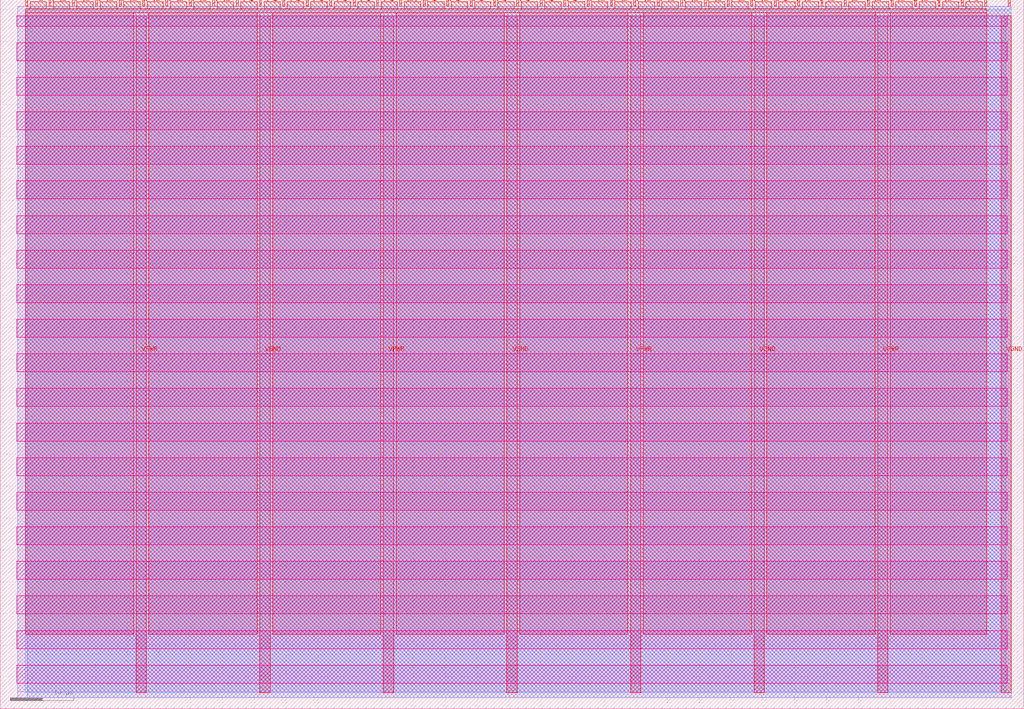
<source format=lef>
VERSION 5.7 ;
  NOWIREEXTENSIONATPIN ON ;
  DIVIDERCHAR "/" ;
  BUSBITCHARS "[]" ;
MACRO tt_um_afasolino
  CLASS BLOCK ;
  FOREIGN tt_um_afasolino ;
  ORIGIN 0.000 0.000 ;
  SIZE 161.000 BY 111.520 ;
  PIN VGND
    DIRECTION INOUT ;
    USE GROUND ;
    PORT
      LAYER met4 ;
        RECT 40.830 2.480 42.430 109.040 ;
    END
    PORT
      LAYER met4 ;
        RECT 79.700 2.480 81.300 109.040 ;
    END
    PORT
      LAYER met4 ;
        RECT 118.570 2.480 120.170 109.040 ;
    END
    PORT
      LAYER met4 ;
        RECT 157.440 2.480 159.040 109.040 ;
    END
  END VGND
  PIN VPWR
    DIRECTION INOUT ;
    USE POWER ;
    PORT
      LAYER met4 ;
        RECT 21.395 2.480 22.995 109.040 ;
    END
    PORT
      LAYER met4 ;
        RECT 60.265 2.480 61.865 109.040 ;
    END
    PORT
      LAYER met4 ;
        RECT 99.135 2.480 100.735 109.040 ;
    END
    PORT
      LAYER met4 ;
        RECT 138.005 2.480 139.605 109.040 ;
    END
  END VPWR
  PIN clk
    DIRECTION INPUT ;
    USE SIGNAL ;
    ANTENNAGATEAREA 0.852000 ;
    PORT
      LAYER met4 ;
        RECT 154.870 110.520 155.170 111.520 ;
    END
  END clk
  PIN ena
    DIRECTION INPUT ;
    USE SIGNAL ;
    PORT
      LAYER met4 ;
        RECT 158.550 110.520 158.850 111.520 ;
    END
  END ena
  PIN rst_n
    DIRECTION INPUT ;
    USE SIGNAL ;
    ANTENNAGATEAREA 0.196500 ;
    PORT
      LAYER met4 ;
        RECT 151.190 110.520 151.490 111.520 ;
    END
  END rst_n
  PIN ui_in[0]
    DIRECTION INPUT ;
    USE SIGNAL ;
    ANTENNAGATEAREA 0.213000 ;
    ANTENNADIFFAREA 0.434700 ;
    PORT
      LAYER met4 ;
        RECT 147.510 110.520 147.810 111.520 ;
    END
  END ui_in[0]
  PIN ui_in[1]
    DIRECTION INPUT ;
    USE SIGNAL ;
    ANTENNAGATEAREA 0.196500 ;
    PORT
      LAYER met4 ;
        RECT 143.830 110.520 144.130 111.520 ;
    END
  END ui_in[1]
  PIN ui_in[2]
    DIRECTION INPUT ;
    USE SIGNAL ;
    ANTENNAGATEAREA 0.126000 ;
    PORT
      LAYER met4 ;
        RECT 140.150 110.520 140.450 111.520 ;
    END
  END ui_in[2]
  PIN ui_in[3]
    DIRECTION INPUT ;
    USE SIGNAL ;
    ANTENNAGATEAREA 0.196500 ;
    PORT
      LAYER met4 ;
        RECT 136.470 110.520 136.770 111.520 ;
    END
  END ui_in[3]
  PIN ui_in[4]
    DIRECTION INPUT ;
    USE SIGNAL ;
    ANTENNAGATEAREA 0.196500 ;
    PORT
      LAYER met4 ;
        RECT 132.790 110.520 133.090 111.520 ;
    END
  END ui_in[4]
  PIN ui_in[5]
    DIRECTION INPUT ;
    USE SIGNAL ;
    ANTENNAGATEAREA 0.196500 ;
    PORT
      LAYER met4 ;
        RECT 129.110 110.520 129.410 111.520 ;
    END
  END ui_in[5]
  PIN ui_in[6]
    DIRECTION INPUT ;
    USE SIGNAL ;
    ANTENNAGATEAREA 0.196500 ;
    PORT
      LAYER met4 ;
        RECT 125.430 110.520 125.730 111.520 ;
    END
  END ui_in[6]
  PIN ui_in[7]
    DIRECTION INPUT ;
    USE SIGNAL ;
    ANTENNAGATEAREA 0.196500 ;
    PORT
      LAYER met4 ;
        RECT 121.750 110.520 122.050 111.520 ;
    END
  END ui_in[7]
  PIN uio_in[0]
    DIRECTION INPUT ;
    USE SIGNAL ;
    ANTENNAGATEAREA 0.196500 ;
    PORT
      LAYER met4 ;
        RECT 118.070 110.520 118.370 111.520 ;
    END
  END uio_in[0]
  PIN uio_in[1]
    DIRECTION INPUT ;
    USE SIGNAL ;
    PORT
      LAYER met4 ;
        RECT 114.390 110.520 114.690 111.520 ;
    END
  END uio_in[1]
  PIN uio_in[2]
    DIRECTION INPUT ;
    USE SIGNAL ;
    ANTENNAGATEAREA 0.196500 ;
    PORT
      LAYER met4 ;
        RECT 110.710 110.520 111.010 111.520 ;
    END
  END uio_in[2]
  PIN uio_in[3]
    DIRECTION INPUT ;
    USE SIGNAL ;
    PORT
      LAYER met4 ;
        RECT 107.030 110.520 107.330 111.520 ;
    END
  END uio_in[3]
  PIN uio_in[4]
    DIRECTION INPUT ;
    USE SIGNAL ;
    PORT
      LAYER met4 ;
        RECT 103.350 110.520 103.650 111.520 ;
    END
  END uio_in[4]
  PIN uio_in[5]
    DIRECTION INPUT ;
    USE SIGNAL ;
    PORT
      LAYER met4 ;
        RECT 99.670 110.520 99.970 111.520 ;
    END
  END uio_in[5]
  PIN uio_in[6]
    DIRECTION INPUT ;
    USE SIGNAL ;
    PORT
      LAYER met4 ;
        RECT 95.990 110.520 96.290 111.520 ;
    END
  END uio_in[6]
  PIN uio_in[7]
    DIRECTION INPUT ;
    USE SIGNAL ;
    PORT
      LAYER met4 ;
        RECT 92.310 110.520 92.610 111.520 ;
    END
  END uio_in[7]
  PIN uio_oe[0]
    DIRECTION OUTPUT TRISTATE ;
    USE SIGNAL ;
    PORT
      LAYER met4 ;
        RECT 29.750 110.520 30.050 111.520 ;
    END
  END uio_oe[0]
  PIN uio_oe[1]
    DIRECTION OUTPUT TRISTATE ;
    USE SIGNAL ;
    PORT
      LAYER met4 ;
        RECT 26.070 110.520 26.370 111.520 ;
    END
  END uio_oe[1]
  PIN uio_oe[2]
    DIRECTION OUTPUT TRISTATE ;
    USE SIGNAL ;
    PORT
      LAYER met4 ;
        RECT 22.390 110.520 22.690 111.520 ;
    END
  END uio_oe[2]
  PIN uio_oe[3]
    DIRECTION OUTPUT TRISTATE ;
    USE SIGNAL ;
    PORT
      LAYER met4 ;
        RECT 18.710 110.520 19.010 111.520 ;
    END
  END uio_oe[3]
  PIN uio_oe[4]
    DIRECTION OUTPUT TRISTATE ;
    USE SIGNAL ;
    PORT
      LAYER met4 ;
        RECT 15.030 110.520 15.330 111.520 ;
    END
  END uio_oe[4]
  PIN uio_oe[5]
    DIRECTION OUTPUT TRISTATE ;
    USE SIGNAL ;
    PORT
      LAYER met4 ;
        RECT 11.350 110.520 11.650 111.520 ;
    END
  END uio_oe[5]
  PIN uio_oe[6]
    DIRECTION OUTPUT TRISTATE ;
    USE SIGNAL ;
    PORT
      LAYER met4 ;
        RECT 7.670 110.520 7.970 111.520 ;
    END
  END uio_oe[6]
  PIN uio_oe[7]
    DIRECTION OUTPUT TRISTATE ;
    USE SIGNAL ;
    PORT
      LAYER met4 ;
        RECT 3.990 110.520 4.290 111.520 ;
    END
  END uio_oe[7]
  PIN uio_out[0]
    DIRECTION OUTPUT TRISTATE ;
    USE SIGNAL ;
    PORT
      LAYER met4 ;
        RECT 59.190 110.520 59.490 111.520 ;
    END
  END uio_out[0]
  PIN uio_out[1]
    DIRECTION OUTPUT TRISTATE ;
    USE SIGNAL ;
    ANTENNADIFFAREA 0.795200 ;
    PORT
      LAYER met4 ;
        RECT 55.510 110.520 55.810 111.520 ;
    END
  END uio_out[1]
  PIN uio_out[2]
    DIRECTION OUTPUT TRISTATE ;
    USE SIGNAL ;
    PORT
      LAYER met4 ;
        RECT 51.830 110.520 52.130 111.520 ;
    END
  END uio_out[2]
  PIN uio_out[3]
    DIRECTION OUTPUT TRISTATE ;
    USE SIGNAL ;
    ANTENNADIFFAREA 0.795200 ;
    PORT
      LAYER met4 ;
        RECT 48.150 110.520 48.450 111.520 ;
    END
  END uio_out[3]
  PIN uio_out[4]
    DIRECTION OUTPUT TRISTATE ;
    USE SIGNAL ;
    PORT
      LAYER met4 ;
        RECT 44.470 110.520 44.770 111.520 ;
    END
  END uio_out[4]
  PIN uio_out[5]
    DIRECTION OUTPUT TRISTATE ;
    USE SIGNAL ;
    PORT
      LAYER met4 ;
        RECT 40.790 110.520 41.090 111.520 ;
    END
  END uio_out[5]
  PIN uio_out[6]
    DIRECTION OUTPUT TRISTATE ;
    USE SIGNAL ;
    PORT
      LAYER met4 ;
        RECT 37.110 110.520 37.410 111.520 ;
    END
  END uio_out[6]
  PIN uio_out[7]
    DIRECTION OUTPUT TRISTATE ;
    USE SIGNAL ;
    PORT
      LAYER met4 ;
        RECT 33.430 110.520 33.730 111.520 ;
    END
  END uio_out[7]
  PIN uo_out[0]
    DIRECTION OUTPUT TRISTATE ;
    USE SIGNAL ;
    ANTENNAGATEAREA 0.126000 ;
    ANTENNADIFFAREA 0.891000 ;
    PORT
      LAYER met4 ;
        RECT 88.630 110.520 88.930 111.520 ;
    END
  END uo_out[0]
  PIN uo_out[1]
    DIRECTION OUTPUT TRISTATE ;
    USE SIGNAL ;
    ANTENNAGATEAREA 0.126000 ;
    ANTENNADIFFAREA 0.891000 ;
    PORT
      LAYER met4 ;
        RECT 84.950 110.520 85.250 111.520 ;
    END
  END uo_out[1]
  PIN uo_out[2]
    DIRECTION OUTPUT TRISTATE ;
    USE SIGNAL ;
    ANTENNAGATEAREA 0.247500 ;
    ANTENNADIFFAREA 0.891000 ;
    PORT
      LAYER met4 ;
        RECT 81.270 110.520 81.570 111.520 ;
    END
  END uo_out[2]
  PIN uo_out[3]
    DIRECTION OUTPUT TRISTATE ;
    USE SIGNAL ;
    ANTENNAGATEAREA 0.126000 ;
    ANTENNADIFFAREA 0.891000 ;
    PORT
      LAYER met4 ;
        RECT 77.590 110.520 77.890 111.520 ;
    END
  END uo_out[3]
  PIN uo_out[4]
    DIRECTION OUTPUT TRISTATE ;
    USE SIGNAL ;
    ANTENNAGATEAREA 0.247500 ;
    ANTENNADIFFAREA 0.891000 ;
    PORT
      LAYER met4 ;
        RECT 73.910 110.520 74.210 111.520 ;
    END
  END uo_out[4]
  PIN uo_out[5]
    DIRECTION OUTPUT TRISTATE ;
    USE SIGNAL ;
    ANTENNAGATEAREA 0.247500 ;
    ANTENNADIFFAREA 0.891000 ;
    PORT
      LAYER met4 ;
        RECT 70.230 110.520 70.530 111.520 ;
    END
  END uo_out[5]
  PIN uo_out[6]
    DIRECTION OUTPUT TRISTATE ;
    USE SIGNAL ;
    ANTENNAGATEAREA 0.126000 ;
    ANTENNADIFFAREA 0.891000 ;
    PORT
      LAYER met4 ;
        RECT 66.550 110.520 66.850 111.520 ;
    END
  END uo_out[6]
  PIN uo_out[7]
    DIRECTION OUTPUT TRISTATE ;
    USE SIGNAL ;
    ANTENNAGATEAREA 0.126000 ;
    ANTENNADIFFAREA 0.891000 ;
    PORT
      LAYER met4 ;
        RECT 62.870 110.520 63.170 111.520 ;
    END
  END uo_out[7]
  OBS
      LAYER nwell ;
        RECT 2.570 107.385 158.430 108.990 ;
        RECT 2.570 101.945 158.430 104.775 ;
        RECT 2.570 96.505 158.430 99.335 ;
        RECT 2.570 91.065 158.430 93.895 ;
        RECT 2.570 85.625 158.430 88.455 ;
        RECT 2.570 80.185 158.430 83.015 ;
        RECT 2.570 74.745 158.430 77.575 ;
        RECT 2.570 69.305 158.430 72.135 ;
        RECT 2.570 63.865 158.430 66.695 ;
        RECT 2.570 58.425 158.430 61.255 ;
        RECT 2.570 52.985 158.430 55.815 ;
        RECT 2.570 47.545 158.430 50.375 ;
        RECT 2.570 42.105 158.430 44.935 ;
        RECT 2.570 36.665 158.430 39.495 ;
        RECT 2.570 31.225 158.430 34.055 ;
        RECT 2.570 25.785 158.430 28.615 ;
        RECT 2.570 20.345 158.430 23.175 ;
        RECT 2.570 14.905 158.430 17.735 ;
        RECT 2.570 9.465 158.430 12.295 ;
        RECT 2.570 4.025 158.430 6.855 ;
      LAYER li1 ;
        RECT 2.760 2.635 158.240 108.885 ;
      LAYER met1 ;
        RECT 2.760 1.740 159.040 110.460 ;
      LAYER met2 ;
        RECT 4.230 1.710 159.010 110.490 ;
      LAYER met3 ;
        RECT 3.950 2.555 159.030 109.985 ;
      LAYER met4 ;
        RECT 4.690 110.120 7.270 111.170 ;
        RECT 8.370 110.120 10.950 111.170 ;
        RECT 12.050 110.120 14.630 111.170 ;
        RECT 15.730 110.120 18.310 111.170 ;
        RECT 19.410 110.120 21.990 111.170 ;
        RECT 23.090 110.120 25.670 111.170 ;
        RECT 26.770 110.120 29.350 111.170 ;
        RECT 30.450 110.120 33.030 111.170 ;
        RECT 34.130 110.120 36.710 111.170 ;
        RECT 37.810 110.120 40.390 111.170 ;
        RECT 41.490 110.120 44.070 111.170 ;
        RECT 45.170 110.120 47.750 111.170 ;
        RECT 48.850 110.120 51.430 111.170 ;
        RECT 52.530 110.120 55.110 111.170 ;
        RECT 56.210 110.120 58.790 111.170 ;
        RECT 59.890 110.120 62.470 111.170 ;
        RECT 63.570 110.120 66.150 111.170 ;
        RECT 67.250 110.120 69.830 111.170 ;
        RECT 70.930 110.120 73.510 111.170 ;
        RECT 74.610 110.120 77.190 111.170 ;
        RECT 78.290 110.120 80.870 111.170 ;
        RECT 81.970 110.120 84.550 111.170 ;
        RECT 85.650 110.120 88.230 111.170 ;
        RECT 89.330 110.120 91.910 111.170 ;
        RECT 93.010 110.120 95.590 111.170 ;
        RECT 96.690 110.120 99.270 111.170 ;
        RECT 100.370 110.120 102.950 111.170 ;
        RECT 104.050 110.120 106.630 111.170 ;
        RECT 107.730 110.120 110.310 111.170 ;
        RECT 111.410 110.120 113.990 111.170 ;
        RECT 115.090 110.120 117.670 111.170 ;
        RECT 118.770 110.120 121.350 111.170 ;
        RECT 122.450 110.120 125.030 111.170 ;
        RECT 126.130 110.120 128.710 111.170 ;
        RECT 129.810 110.120 132.390 111.170 ;
        RECT 133.490 110.120 136.070 111.170 ;
        RECT 137.170 110.120 139.750 111.170 ;
        RECT 140.850 110.120 143.430 111.170 ;
        RECT 144.530 110.120 147.110 111.170 ;
        RECT 148.210 110.120 150.790 111.170 ;
        RECT 151.890 110.120 154.470 111.170 ;
        RECT 3.975 109.440 155.185 110.120 ;
        RECT 3.975 11.735 20.995 109.440 ;
        RECT 23.395 11.735 40.430 109.440 ;
        RECT 42.830 11.735 59.865 109.440 ;
        RECT 62.265 11.735 79.300 109.440 ;
        RECT 81.700 11.735 98.735 109.440 ;
        RECT 101.135 11.735 118.170 109.440 ;
        RECT 120.570 11.735 137.605 109.440 ;
        RECT 140.005 11.735 155.185 109.440 ;
  END
END tt_um_afasolino
END LIBRARY


</source>
